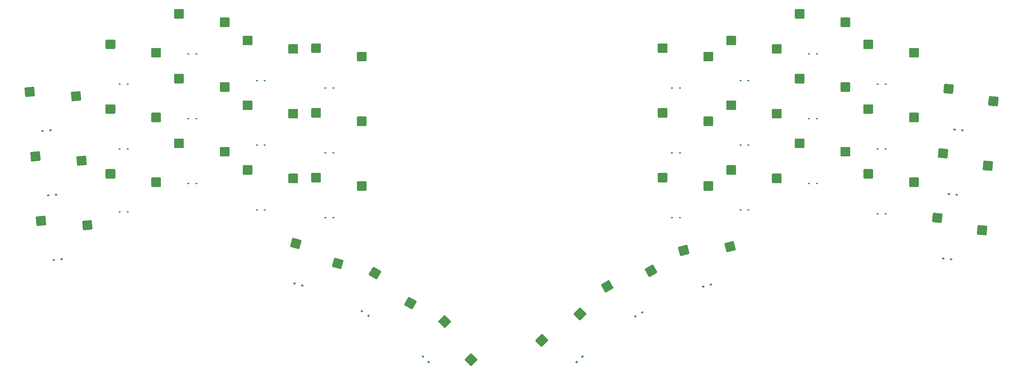
<source format=gbp>
%TF.GenerationSoftware,KiCad,Pcbnew,5.1.9+dfsg1-1+deb11u1*%
%TF.CreationDate,2024-10-07T21:35:42-04:00*%
%TF.ProjectId,mu-kb,6d752d6b-622e-46b6-9963-61645f706362,rev?*%
%TF.SameCoordinates,Original*%
%TF.FileFunction,Paste,Bot*%
%TF.FilePolarity,Positive*%
%FSLAX46Y46*%
G04 Gerber Fmt 4.6, Leading zero omitted, Abs format (unit mm)*
G04 Created by KiCad (PCBNEW 5.1.9+dfsg1-1+deb11u1) date 2024-10-07 21:35:42*
%MOMM*%
%LPD*%
G01*
G04 APERTURE LIST*
%ADD10C,0.100000*%
%ADD11R,0.600000X0.450000*%
G04 APERTURE END LIST*
D10*
%TO.C,D1*%
G36*
X25883224Y-82976784D02*
G01*
X25844004Y-82528496D01*
X26441720Y-82476202D01*
X26480940Y-82924490D01*
X25883224Y-82976784D01*
G37*
G36*
X27975232Y-82793756D02*
G01*
X27936012Y-82345468D01*
X28533728Y-82293174D01*
X28572948Y-82741462D01*
X27975232Y-82793756D01*
G37*
%TD*%
%TO.C,D2*%
G36*
X27364871Y-99912094D02*
G01*
X27325651Y-99463806D01*
X27923367Y-99411512D01*
X27962587Y-99859800D01*
X27364871Y-99912094D01*
G37*
G36*
X29456879Y-99729066D02*
G01*
X29417659Y-99280778D01*
X30015375Y-99228484D01*
X30054595Y-99676772D01*
X29456879Y-99729066D01*
G37*
%TD*%
%TO.C,D3*%
G36*
X30938527Y-116664376D02*
G01*
X30899307Y-116216088D01*
X31497023Y-116163794D01*
X31536243Y-116612082D01*
X30938527Y-116664376D01*
G37*
G36*
X28846519Y-116847404D02*
G01*
X28807299Y-116399116D01*
X29405015Y-116346822D01*
X29444235Y-116795110D01*
X28846519Y-116847404D01*
G37*
%TD*%
D11*
%TO.C,D4*%
X48550000Y-70500000D03*
X46450000Y-70500000D03*
%TD*%
%TO.C,D5*%
X46450000Y-87500000D03*
X48550000Y-87500000D03*
%TD*%
%TO.C,D6*%
X48550000Y-104000000D03*
X46450000Y-104000000D03*
%TD*%
%TO.C,D7*%
X64450000Y-62500000D03*
X66550000Y-62500000D03*
%TD*%
%TO.C,D8*%
X66550000Y-79500000D03*
X64450000Y-79500000D03*
%TD*%
%TO.C,D9*%
X66550000Y-96500000D03*
X64450000Y-96500000D03*
%TD*%
%TO.C,D10*%
X82450000Y-69500000D03*
X84550000Y-69500000D03*
%TD*%
%TO.C,D11*%
X84550000Y-86500000D03*
X82450000Y-86500000D03*
%TD*%
%TO.C,D12*%
X82450000Y-103500000D03*
X84550000Y-103500000D03*
%TD*%
%TO.C,D13*%
X100450000Y-71500000D03*
X102550000Y-71500000D03*
%TD*%
%TO.C,D14*%
X100450000Y-88500000D03*
X102550000Y-88500000D03*
%TD*%
%TO.C,D15*%
X102550000Y-105500000D03*
X100450000Y-105500000D03*
%TD*%
D10*
%TO.C,D16*%
G36*
X91992521Y-122921883D02*
G01*
X92108990Y-122487216D01*
X92688545Y-122642507D01*
X92572076Y-123077174D01*
X91992521Y-122921883D01*
G37*
G36*
X94020965Y-123465403D02*
G01*
X94137434Y-123030736D01*
X94716989Y-123186027D01*
X94600520Y-123620694D01*
X94020965Y-123465403D01*
G37*
%TD*%
%TO.C,D17*%
G36*
X109683997Y-130096165D02*
G01*
X109942106Y-129727547D01*
X110433597Y-130071693D01*
X110175488Y-130440311D01*
X109683997Y-130096165D01*
G37*
G36*
X111404217Y-131300675D02*
G01*
X111662326Y-130932057D01*
X112153817Y-131276203D01*
X111895708Y-131644821D01*
X111404217Y-131300675D01*
G37*
%TD*%
%TO.C,D18*%
G36*
X127189250Y-143371410D02*
G01*
X127507448Y-143053212D01*
X127931712Y-143477476D01*
X127613514Y-143795674D01*
X127189250Y-143371410D01*
G37*
G36*
X125704326Y-141886486D02*
G01*
X126022524Y-141568288D01*
X126446788Y-141992552D01*
X126128590Y-142310750D01*
X125704326Y-141886486D01*
G37*
%TD*%
D11*
%TO.C,R_D1*%
X193550000Y-71500000D03*
X191450000Y-71500000D03*
%TD*%
%TO.C,R_D2*%
X191450000Y-88500000D03*
X193550000Y-88500000D03*
%TD*%
%TO.C,R_D3*%
X193550000Y-105500000D03*
X191450000Y-105500000D03*
%TD*%
%TO.C,R_D4*%
X211550000Y-69500000D03*
X209450000Y-69500000D03*
%TD*%
%TO.C,R_D5*%
X209450000Y-86500000D03*
X211550000Y-86500000D03*
%TD*%
%TO.C,R_D6*%
X211550000Y-103500000D03*
X209450000Y-103500000D03*
%TD*%
%TO.C,R_D7*%
X229550000Y-62500000D03*
X227450000Y-62500000D03*
%TD*%
%TO.C,R_D8*%
X229550000Y-79500000D03*
X227450000Y-79500000D03*
%TD*%
%TO.C,R_D9*%
X227450000Y-96500000D03*
X229550000Y-96500000D03*
%TD*%
%TO.C,R_D10*%
X245450000Y-70500000D03*
X247550000Y-70500000D03*
%TD*%
%TO.C,R_D11*%
X245450000Y-87500000D03*
X247550000Y-87500000D03*
%TD*%
%TO.C,R_D12*%
X247550000Y-104500000D03*
X245450000Y-104500000D03*
%TD*%
D10*
%TO.C,R_D13*%
G36*
X265334663Y-82567150D02*
G01*
X265373883Y-82118862D01*
X265971599Y-82171156D01*
X265932379Y-82619444D01*
X265334663Y-82567150D01*
G37*
G36*
X267426671Y-82750178D02*
G01*
X267465891Y-82301890D01*
X268063607Y-82354184D01*
X268024387Y-82802472D01*
X267426671Y-82750178D01*
G37*
%TD*%
%TO.C,R_D14*%
G36*
X265945023Y-99685488D02*
G01*
X265984243Y-99237200D01*
X266581959Y-99289494D01*
X266542739Y-99737782D01*
X265945023Y-99685488D01*
G37*
G36*
X263853015Y-99502460D02*
G01*
X263892235Y-99054172D01*
X264489951Y-99106466D01*
X264450731Y-99554754D01*
X263853015Y-99502460D01*
G37*
%TD*%
%TO.C,R_D15*%
G36*
X262371368Y-116437770D02*
G01*
X262410588Y-115989482D01*
X263008304Y-116041776D01*
X262969084Y-116490064D01*
X262371368Y-116437770D01*
G37*
G36*
X264463376Y-116620798D02*
G01*
X264502596Y-116172510D01*
X265100312Y-116224804D01*
X265061092Y-116673092D01*
X264463376Y-116620798D01*
G37*
%TD*%
%TO.C,R_D16*%
G36*
X167871410Y-142310750D02*
G01*
X167553212Y-141992552D01*
X167977476Y-141568288D01*
X168295674Y-141886486D01*
X167871410Y-142310750D01*
G37*
G36*
X166386486Y-143795674D02*
G01*
X166068288Y-143477476D01*
X166492552Y-143053212D01*
X166810750Y-143371410D01*
X166386486Y-143795674D01*
G37*
%TD*%
%TO.C,R_D17*%
G36*
X183512019Y-130716970D02*
G01*
X183287019Y-130327258D01*
X183806635Y-130027258D01*
X184031635Y-130416970D01*
X183512019Y-130716970D01*
G37*
G36*
X181693365Y-131766970D02*
G01*
X181468365Y-131377258D01*
X181987981Y-131077258D01*
X182212981Y-131466970D01*
X181693365Y-131766970D01*
G37*
%TD*%
%TO.C,R_D18*%
G36*
X201447365Y-123369885D02*
G01*
X201330896Y-122935218D01*
X201910451Y-122779927D01*
X202026920Y-123214594D01*
X201447365Y-123369885D01*
G37*
G36*
X199418921Y-123913405D02*
G01*
X199302452Y-123478738D01*
X199882007Y-123323447D01*
X199998476Y-123758114D01*
X199418921Y-123913405D01*
G37*
%TD*%
%TO.C,R_SW1*%
G36*
G01*
X187725000Y-62000000D02*
X187725000Y-60000000D01*
G75*
G02*
X187975000Y-59750000I250000J0D01*
G01*
X190025000Y-59750000D01*
G75*
G02*
X190275000Y-60000000I0J-250000D01*
G01*
X190275000Y-62000000D01*
G75*
G02*
X190025000Y-62250000I-250000J0D01*
G01*
X187975000Y-62250000D01*
G75*
G02*
X187725000Y-62000000I0J250000D01*
G01*
G37*
G36*
G01*
X199725000Y-64200000D02*
X199725000Y-62200000D01*
G75*
G02*
X199975000Y-61950000I250000J0D01*
G01*
X202025000Y-61950000D01*
G75*
G02*
X202275000Y-62200000I0J-250000D01*
G01*
X202275000Y-64200000D01*
G75*
G02*
X202025000Y-64450000I-250000J0D01*
G01*
X199975000Y-64450000D01*
G75*
G02*
X199725000Y-64200000I0J250000D01*
G01*
G37*
%TD*%
%TO.C,R_SW2*%
G36*
G01*
X187725000Y-79000000D02*
X187725000Y-77000000D01*
G75*
G02*
X187975000Y-76750000I250000J0D01*
G01*
X190025000Y-76750000D01*
G75*
G02*
X190275000Y-77000000I0J-250000D01*
G01*
X190275000Y-79000000D01*
G75*
G02*
X190025000Y-79250000I-250000J0D01*
G01*
X187975000Y-79250000D01*
G75*
G02*
X187725000Y-79000000I0J250000D01*
G01*
G37*
G36*
G01*
X199725000Y-81200000D02*
X199725000Y-79200000D01*
G75*
G02*
X199975000Y-78950000I250000J0D01*
G01*
X202025000Y-78950000D01*
G75*
G02*
X202275000Y-79200000I0J-250000D01*
G01*
X202275000Y-81200000D01*
G75*
G02*
X202025000Y-81450000I-250000J0D01*
G01*
X199975000Y-81450000D01*
G75*
G02*
X199725000Y-81200000I0J250000D01*
G01*
G37*
%TD*%
%TO.C,R_SW3*%
G36*
G01*
X199725000Y-98200000D02*
X199725000Y-96200000D01*
G75*
G02*
X199975000Y-95950000I250000J0D01*
G01*
X202025000Y-95950000D01*
G75*
G02*
X202275000Y-96200000I0J-250000D01*
G01*
X202275000Y-98200000D01*
G75*
G02*
X202025000Y-98450000I-250000J0D01*
G01*
X199975000Y-98450000D01*
G75*
G02*
X199725000Y-98200000I0J250000D01*
G01*
G37*
G36*
G01*
X187725000Y-96000000D02*
X187725000Y-94000000D01*
G75*
G02*
X187975000Y-93750000I250000J0D01*
G01*
X190025000Y-93750000D01*
G75*
G02*
X190275000Y-94000000I0J-250000D01*
G01*
X190275000Y-96000000D01*
G75*
G02*
X190025000Y-96250000I-250000J0D01*
G01*
X187975000Y-96250000D01*
G75*
G02*
X187725000Y-96000000I0J250000D01*
G01*
G37*
%TD*%
%TO.C,R_SW4*%
G36*
G01*
X205725000Y-60000000D02*
X205725000Y-58000000D01*
G75*
G02*
X205975000Y-57750000I250000J0D01*
G01*
X208025000Y-57750000D01*
G75*
G02*
X208275000Y-58000000I0J-250000D01*
G01*
X208275000Y-60000000D01*
G75*
G02*
X208025000Y-60250000I-250000J0D01*
G01*
X205975000Y-60250000D01*
G75*
G02*
X205725000Y-60000000I0J250000D01*
G01*
G37*
G36*
G01*
X217725000Y-62200000D02*
X217725000Y-60200000D01*
G75*
G02*
X217975000Y-59950000I250000J0D01*
G01*
X220025000Y-59950000D01*
G75*
G02*
X220275000Y-60200000I0J-250000D01*
G01*
X220275000Y-62200000D01*
G75*
G02*
X220025000Y-62450000I-250000J0D01*
G01*
X217975000Y-62450000D01*
G75*
G02*
X217725000Y-62200000I0J250000D01*
G01*
G37*
%TD*%
%TO.C,R_SW5*%
G36*
G01*
X217725000Y-79200000D02*
X217725000Y-77200000D01*
G75*
G02*
X217975000Y-76950000I250000J0D01*
G01*
X220025000Y-76950000D01*
G75*
G02*
X220275000Y-77200000I0J-250000D01*
G01*
X220275000Y-79200000D01*
G75*
G02*
X220025000Y-79450000I-250000J0D01*
G01*
X217975000Y-79450000D01*
G75*
G02*
X217725000Y-79200000I0J250000D01*
G01*
G37*
G36*
G01*
X205725000Y-77000000D02*
X205725000Y-75000000D01*
G75*
G02*
X205975000Y-74750000I250000J0D01*
G01*
X208025000Y-74750000D01*
G75*
G02*
X208275000Y-75000000I0J-250000D01*
G01*
X208275000Y-77000000D01*
G75*
G02*
X208025000Y-77250000I-250000J0D01*
G01*
X205975000Y-77250000D01*
G75*
G02*
X205725000Y-77000000I0J250000D01*
G01*
G37*
%TD*%
%TO.C,R_SW6*%
G36*
G01*
X205725000Y-94000000D02*
X205725000Y-92000000D01*
G75*
G02*
X205975000Y-91750000I250000J0D01*
G01*
X208025000Y-91750000D01*
G75*
G02*
X208275000Y-92000000I0J-250000D01*
G01*
X208275000Y-94000000D01*
G75*
G02*
X208025000Y-94250000I-250000J0D01*
G01*
X205975000Y-94250000D01*
G75*
G02*
X205725000Y-94000000I0J250000D01*
G01*
G37*
G36*
G01*
X217725000Y-96200000D02*
X217725000Y-94200000D01*
G75*
G02*
X217975000Y-93950000I250000J0D01*
G01*
X220025000Y-93950000D01*
G75*
G02*
X220275000Y-94200000I0J-250000D01*
G01*
X220275000Y-96200000D01*
G75*
G02*
X220025000Y-96450000I-250000J0D01*
G01*
X217975000Y-96450000D01*
G75*
G02*
X217725000Y-96200000I0J250000D01*
G01*
G37*
%TD*%
%TO.C,R_SW7*%
G36*
G01*
X223725000Y-53000000D02*
X223725000Y-51000000D01*
G75*
G02*
X223975000Y-50750000I250000J0D01*
G01*
X226025000Y-50750000D01*
G75*
G02*
X226275000Y-51000000I0J-250000D01*
G01*
X226275000Y-53000000D01*
G75*
G02*
X226025000Y-53250000I-250000J0D01*
G01*
X223975000Y-53250000D01*
G75*
G02*
X223725000Y-53000000I0J250000D01*
G01*
G37*
G36*
G01*
X235725000Y-55200000D02*
X235725000Y-53200000D01*
G75*
G02*
X235975000Y-52950000I250000J0D01*
G01*
X238025000Y-52950000D01*
G75*
G02*
X238275000Y-53200000I0J-250000D01*
G01*
X238275000Y-55200000D01*
G75*
G02*
X238025000Y-55450000I-250000J0D01*
G01*
X235975000Y-55450000D01*
G75*
G02*
X235725000Y-55200000I0J250000D01*
G01*
G37*
%TD*%
%TO.C,R_SW8*%
G36*
G01*
X235725000Y-72200000D02*
X235725000Y-70200000D01*
G75*
G02*
X235975000Y-69950000I250000J0D01*
G01*
X238025000Y-69950000D01*
G75*
G02*
X238275000Y-70200000I0J-250000D01*
G01*
X238275000Y-72200000D01*
G75*
G02*
X238025000Y-72450000I-250000J0D01*
G01*
X235975000Y-72450000D01*
G75*
G02*
X235725000Y-72200000I0J250000D01*
G01*
G37*
G36*
G01*
X223725000Y-70000000D02*
X223725000Y-68000000D01*
G75*
G02*
X223975000Y-67750000I250000J0D01*
G01*
X226025000Y-67750000D01*
G75*
G02*
X226275000Y-68000000I0J-250000D01*
G01*
X226275000Y-70000000D01*
G75*
G02*
X226025000Y-70250000I-250000J0D01*
G01*
X223975000Y-70250000D01*
G75*
G02*
X223725000Y-70000000I0J250000D01*
G01*
G37*
%TD*%
%TO.C,R_SW9*%
G36*
G01*
X223725000Y-87000000D02*
X223725000Y-85000000D01*
G75*
G02*
X223975000Y-84750000I250000J0D01*
G01*
X226025000Y-84750000D01*
G75*
G02*
X226275000Y-85000000I0J-250000D01*
G01*
X226275000Y-87000000D01*
G75*
G02*
X226025000Y-87250000I-250000J0D01*
G01*
X223975000Y-87250000D01*
G75*
G02*
X223725000Y-87000000I0J250000D01*
G01*
G37*
G36*
G01*
X235725000Y-89200000D02*
X235725000Y-87200000D01*
G75*
G02*
X235975000Y-86950000I250000J0D01*
G01*
X238025000Y-86950000D01*
G75*
G02*
X238275000Y-87200000I0J-250000D01*
G01*
X238275000Y-89200000D01*
G75*
G02*
X238025000Y-89450000I-250000J0D01*
G01*
X235975000Y-89450000D01*
G75*
G02*
X235725000Y-89200000I0J250000D01*
G01*
G37*
%TD*%
%TO.C,R_SW10*%
G36*
G01*
X241725000Y-61000000D02*
X241725000Y-59000000D01*
G75*
G02*
X241975000Y-58750000I250000J0D01*
G01*
X244025000Y-58750000D01*
G75*
G02*
X244275000Y-59000000I0J-250000D01*
G01*
X244275000Y-61000000D01*
G75*
G02*
X244025000Y-61250000I-250000J0D01*
G01*
X241975000Y-61250000D01*
G75*
G02*
X241725000Y-61000000I0J250000D01*
G01*
G37*
G36*
G01*
X253725000Y-63200000D02*
X253725000Y-61200000D01*
G75*
G02*
X253975000Y-60950000I250000J0D01*
G01*
X256025000Y-60950000D01*
G75*
G02*
X256275000Y-61200000I0J-250000D01*
G01*
X256275000Y-63200000D01*
G75*
G02*
X256025000Y-63450000I-250000J0D01*
G01*
X253975000Y-63450000D01*
G75*
G02*
X253725000Y-63200000I0J250000D01*
G01*
G37*
%TD*%
%TO.C,R_SW11*%
G36*
G01*
X253725000Y-80200000D02*
X253725000Y-78200000D01*
G75*
G02*
X253975000Y-77950000I250000J0D01*
G01*
X256025000Y-77950000D01*
G75*
G02*
X256275000Y-78200000I0J-250000D01*
G01*
X256275000Y-80200000D01*
G75*
G02*
X256025000Y-80450000I-250000J0D01*
G01*
X253975000Y-80450000D01*
G75*
G02*
X253725000Y-80200000I0J250000D01*
G01*
G37*
G36*
G01*
X241725000Y-78000000D02*
X241725000Y-76000000D01*
G75*
G02*
X241975000Y-75750000I250000J0D01*
G01*
X244025000Y-75750000D01*
G75*
G02*
X244275000Y-76000000I0J-250000D01*
G01*
X244275000Y-78000000D01*
G75*
G02*
X244025000Y-78250000I-250000J0D01*
G01*
X241975000Y-78250000D01*
G75*
G02*
X241725000Y-78000000I0J250000D01*
G01*
G37*
%TD*%
%TO.C,R_SW12*%
G36*
G01*
X241725000Y-95000000D02*
X241725000Y-93000000D01*
G75*
G02*
X241975000Y-92750000I250000J0D01*
G01*
X244025000Y-92750000D01*
G75*
G02*
X244275000Y-93000000I0J-250000D01*
G01*
X244275000Y-95000000D01*
G75*
G02*
X244025000Y-95250000I-250000J0D01*
G01*
X241975000Y-95250000D01*
G75*
G02*
X241725000Y-95000000I0J250000D01*
G01*
G37*
G36*
G01*
X253725000Y-97200000D02*
X253725000Y-95200000D01*
G75*
G02*
X253975000Y-94950000I250000J0D01*
G01*
X256025000Y-94950000D01*
G75*
G02*
X256275000Y-95200000I0J-250000D01*
G01*
X256275000Y-97200000D01*
G75*
G02*
X256025000Y-97450000I-250000J0D01*
G01*
X253975000Y-97450000D01*
G75*
G02*
X253725000Y-97200000I0J250000D01*
G01*
G37*
%TD*%
%TO.C,R_SW13*%
G36*
G01*
X274532879Y-75818146D02*
X274707190Y-73825757D01*
G75*
G02*
X274978028Y-73598497I249049J-21789D01*
G01*
X277020227Y-73777166D01*
G75*
G02*
X277247487Y-74048004I-21789J-249049D01*
G01*
X277073176Y-76040393D01*
G75*
G02*
X276802338Y-76267653I-249049J21789D01*
G01*
X274760139Y-76088984D01*
G75*
G02*
X274532879Y-75818146I21789J249049D01*
G01*
G37*
G36*
G01*
X262770285Y-72580649D02*
X262944596Y-70588260D01*
G75*
G02*
X263215434Y-70361000I249049J-21789D01*
G01*
X265257633Y-70539669D01*
G75*
G02*
X265484893Y-70810507I-21789J-249049D01*
G01*
X265310582Y-72802896D01*
G75*
G02*
X265039744Y-73030156I-249049J21789D01*
G01*
X262997545Y-72851487D01*
G75*
G02*
X262770285Y-72580649I21789J249049D01*
G01*
G37*
%TD*%
%TO.C,R_SW14*%
G36*
G01*
X261288637Y-89515959D02*
X261462948Y-87523570D01*
G75*
G02*
X261733786Y-87296310I249049J-21789D01*
G01*
X263775985Y-87474979D01*
G75*
G02*
X264003245Y-87745817I-21789J-249049D01*
G01*
X263828934Y-89738206D01*
G75*
G02*
X263558096Y-89965466I-249049J21789D01*
G01*
X261515897Y-89786797D01*
G75*
G02*
X261288637Y-89515959I21789J249049D01*
G01*
G37*
G36*
G01*
X273051231Y-92753456D02*
X273225542Y-90761067D01*
G75*
G02*
X273496380Y-90533807I249049J-21789D01*
G01*
X275538579Y-90712476D01*
G75*
G02*
X275765839Y-90983314I-21789J-249049D01*
G01*
X275591528Y-92975703D01*
G75*
G02*
X275320690Y-93202963I-249049J21789D01*
G01*
X273278491Y-93024294D01*
G75*
G02*
X273051231Y-92753456I21789J249049D01*
G01*
G37*
%TD*%
%TO.C,R_SW15*%
G36*
G01*
X271569584Y-109688766D02*
X271743895Y-107696377D01*
G75*
G02*
X272014733Y-107469117I249049J-21789D01*
G01*
X274056932Y-107647786D01*
G75*
G02*
X274284192Y-107918624I-21789J-249049D01*
G01*
X274109881Y-109911013D01*
G75*
G02*
X273839043Y-110138273I-249049J21789D01*
G01*
X271796844Y-109959604D01*
G75*
G02*
X271569584Y-109688766I21789J249049D01*
G01*
G37*
G36*
G01*
X259806990Y-106451269D02*
X259981301Y-104458880D01*
G75*
G02*
X260252139Y-104231620I249049J-21789D01*
G01*
X262294338Y-104410289D01*
G75*
G02*
X262521598Y-104681127I-21789J-249049D01*
G01*
X262347287Y-106673516D01*
G75*
G02*
X262076449Y-106900776I-249049J21789D01*
G01*
X260034250Y-106722107D01*
G75*
G02*
X259806990Y-106451269I21789J249049D01*
G01*
G37*
%TD*%
%TO.C,R_SW16*%
G36*
G01*
X157088031Y-139340901D02*
X155673818Y-137926688D01*
G75*
G02*
X155673818Y-137573134I176777J176777D01*
G01*
X157123387Y-136123565D01*
G75*
G02*
X157476941Y-136123565I176777J-176777D01*
G01*
X158891154Y-137537778D01*
G75*
G02*
X158891154Y-137891332I-176777J-176777D01*
G01*
X157441585Y-139340901D01*
G75*
G02*
X157088031Y-139340901I-176777J176777D01*
G01*
G37*
G36*
G01*
X167128947Y-132411255D02*
X165714734Y-130997042D01*
G75*
G02*
X165714734Y-130643488I176777J176777D01*
G01*
X167164303Y-129193919D01*
G75*
G02*
X167517857Y-129193919I176777J-176777D01*
G01*
X168932070Y-130608132D01*
G75*
G02*
X168932070Y-130961686I-176777J-176777D01*
G01*
X167482501Y-132411255D01*
G75*
G02*
X167128947Y-132411255I-176777J176777D01*
G01*
G37*
%TD*%
%TO.C,R_SW17*%
G36*
G01*
X185357034Y-120962628D02*
X184357034Y-119230578D01*
G75*
G02*
X184448540Y-118889072I216506J125000D01*
G01*
X186223892Y-117864072D01*
G75*
G02*
X186565398Y-117955578I125000J-216506D01*
G01*
X187565398Y-119687628D01*
G75*
G02*
X187473892Y-120029134I-216506J-125000D01*
G01*
X185698540Y-121054134D01*
G75*
G02*
X185357034Y-120962628I-125000J216506D01*
G01*
G37*
G36*
G01*
X173864729Y-125057373D02*
X172864729Y-123325323D01*
G75*
G02*
X172956235Y-122983817I216506J125000D01*
G01*
X174731587Y-121958817D01*
G75*
G02*
X175073093Y-122050323I125000J-216506D01*
G01*
X176073093Y-123782373D01*
G75*
G02*
X175981587Y-124123879I-216506J-125000D01*
G01*
X174206235Y-125148879D01*
G75*
G02*
X173864729Y-125057373I-125000J216506D01*
G01*
G37*
%TD*%
%TO.C,R_SW18*%
G36*
G01*
X193593609Y-115406232D02*
X193075971Y-113474381D01*
G75*
G02*
X193252747Y-113168195I241481J64705D01*
G01*
X195232895Y-112637616D01*
G75*
G02*
X195539081Y-112814392I64705J-241481D01*
G01*
X196056719Y-114746243D01*
G75*
G02*
X195879943Y-115052429I-241481J-64705D01*
G01*
X193899795Y-115583008D01*
G75*
G02*
X193593609Y-115406232I-64705J241481D01*
G01*
G37*
G36*
G01*
X205754121Y-114425440D02*
X205236483Y-112493589D01*
G75*
G02*
X205413259Y-112187403I241481J64705D01*
G01*
X207393407Y-111656824D01*
G75*
G02*
X207699593Y-111833600I64705J-241481D01*
G01*
X208217231Y-113765451D01*
G75*
G02*
X208040455Y-114071637I-241481J-64705D01*
G01*
X206060307Y-114602216D01*
G75*
G02*
X205754121Y-114425440I-64705J241481D01*
G01*
G37*
%TD*%
%TO.C,SW1*%
G36*
G01*
X33769745Y-74733057D02*
X33595434Y-72740668D01*
G75*
G02*
X33822694Y-72469830I249049J21789D01*
G01*
X35864893Y-72291161D01*
G75*
G02*
X36135731Y-72518421I21789J-249049D01*
G01*
X36310042Y-74510810D01*
G75*
G02*
X36082782Y-74781648I-249049J-21789D01*
G01*
X34040583Y-74960317D01*
G75*
G02*
X33769745Y-74733057I-21789J249049D01*
G01*
G37*
G36*
G01*
X21623666Y-73587298D02*
X21449355Y-71594909D01*
G75*
G02*
X21676615Y-71324071I249049J21789D01*
G01*
X23718814Y-71145402D01*
G75*
G02*
X23989652Y-71372662I21789J-249049D01*
G01*
X24163963Y-73365051D01*
G75*
G02*
X23936703Y-73635889I-249049J-21789D01*
G01*
X21894504Y-73814558D01*
G75*
G02*
X21623666Y-73587298I-21789J249049D01*
G01*
G37*
%TD*%
%TO.C,SW2*%
G36*
G01*
X35251392Y-91668367D02*
X35077081Y-89675978D01*
G75*
G02*
X35304341Y-89405140I249049J21789D01*
G01*
X37346540Y-89226471D01*
G75*
G02*
X37617378Y-89453731I21789J-249049D01*
G01*
X37791689Y-91446120D01*
G75*
G02*
X37564429Y-91716958I-249049J-21789D01*
G01*
X35522230Y-91895627D01*
G75*
G02*
X35251392Y-91668367I-21789J249049D01*
G01*
G37*
G36*
G01*
X23105313Y-90522608D02*
X22931002Y-88530219D01*
G75*
G02*
X23158262Y-88259381I249049J21789D01*
G01*
X25200461Y-88080712D01*
G75*
G02*
X25471299Y-88307972I21789J-249049D01*
G01*
X25645610Y-90300361D01*
G75*
G02*
X25418350Y-90571199I-249049J-21789D01*
G01*
X23376151Y-90749868D01*
G75*
G02*
X23105313Y-90522608I-21789J249049D01*
G01*
G37*
%TD*%
%TO.C,SW3*%
G36*
G01*
X24586961Y-107457917D02*
X24412650Y-105465528D01*
G75*
G02*
X24639910Y-105194690I249049J21789D01*
G01*
X26682109Y-105016021D01*
G75*
G02*
X26952947Y-105243281I21789J-249049D01*
G01*
X27127258Y-107235670D01*
G75*
G02*
X26899998Y-107506508I-249049J-21789D01*
G01*
X24857799Y-107685177D01*
G75*
G02*
X24586961Y-107457917I-21789J249049D01*
G01*
G37*
G36*
G01*
X36733040Y-108603676D02*
X36558729Y-106611287D01*
G75*
G02*
X36785989Y-106340449I249049J21789D01*
G01*
X38828188Y-106161780D01*
G75*
G02*
X39099026Y-106389040I21789J-249049D01*
G01*
X39273337Y-108381429D01*
G75*
G02*
X39046077Y-108652267I-249049J-21789D01*
G01*
X37003878Y-108830936D01*
G75*
G02*
X36733040Y-108603676I-21789J249049D01*
G01*
G37*
%TD*%
%TO.C,SW4*%
G36*
G01*
X54725000Y-63200000D02*
X54725000Y-61200000D01*
G75*
G02*
X54975000Y-60950000I250000J0D01*
G01*
X57025000Y-60950000D01*
G75*
G02*
X57275000Y-61200000I0J-250000D01*
G01*
X57275000Y-63200000D01*
G75*
G02*
X57025000Y-63450000I-250000J0D01*
G01*
X54975000Y-63450000D01*
G75*
G02*
X54725000Y-63200000I0J250000D01*
G01*
G37*
G36*
G01*
X42725000Y-61000000D02*
X42725000Y-59000000D01*
G75*
G02*
X42975000Y-58750000I250000J0D01*
G01*
X45025000Y-58750000D01*
G75*
G02*
X45275000Y-59000000I0J-250000D01*
G01*
X45275000Y-61000000D01*
G75*
G02*
X45025000Y-61250000I-250000J0D01*
G01*
X42975000Y-61250000D01*
G75*
G02*
X42725000Y-61000000I0J250000D01*
G01*
G37*
%TD*%
%TO.C,SW5*%
G36*
G01*
X42725000Y-78000000D02*
X42725000Y-76000000D01*
G75*
G02*
X42975000Y-75750000I250000J0D01*
G01*
X45025000Y-75750000D01*
G75*
G02*
X45275000Y-76000000I0J-250000D01*
G01*
X45275000Y-78000000D01*
G75*
G02*
X45025000Y-78250000I-250000J0D01*
G01*
X42975000Y-78250000D01*
G75*
G02*
X42725000Y-78000000I0J250000D01*
G01*
G37*
G36*
G01*
X54725000Y-80200000D02*
X54725000Y-78200000D01*
G75*
G02*
X54975000Y-77950000I250000J0D01*
G01*
X57025000Y-77950000D01*
G75*
G02*
X57275000Y-78200000I0J-250000D01*
G01*
X57275000Y-80200000D01*
G75*
G02*
X57025000Y-80450000I-250000J0D01*
G01*
X54975000Y-80450000D01*
G75*
G02*
X54725000Y-80200000I0J250000D01*
G01*
G37*
%TD*%
%TO.C,SW6*%
G36*
G01*
X54725000Y-97200000D02*
X54725000Y-95200000D01*
G75*
G02*
X54975000Y-94950000I250000J0D01*
G01*
X57025000Y-94950000D01*
G75*
G02*
X57275000Y-95200000I0J-250000D01*
G01*
X57275000Y-97200000D01*
G75*
G02*
X57025000Y-97450000I-250000J0D01*
G01*
X54975000Y-97450000D01*
G75*
G02*
X54725000Y-97200000I0J250000D01*
G01*
G37*
G36*
G01*
X42725000Y-95000000D02*
X42725000Y-93000000D01*
G75*
G02*
X42975000Y-92750000I250000J0D01*
G01*
X45025000Y-92750000D01*
G75*
G02*
X45275000Y-93000000I0J-250000D01*
G01*
X45275000Y-95000000D01*
G75*
G02*
X45025000Y-95250000I-250000J0D01*
G01*
X42975000Y-95250000D01*
G75*
G02*
X42725000Y-95000000I0J250000D01*
G01*
G37*
%TD*%
%TO.C,SW7*%
G36*
G01*
X60725000Y-53000000D02*
X60725000Y-51000000D01*
G75*
G02*
X60975000Y-50750000I250000J0D01*
G01*
X63025000Y-50750000D01*
G75*
G02*
X63275000Y-51000000I0J-250000D01*
G01*
X63275000Y-53000000D01*
G75*
G02*
X63025000Y-53250000I-250000J0D01*
G01*
X60975000Y-53250000D01*
G75*
G02*
X60725000Y-53000000I0J250000D01*
G01*
G37*
G36*
G01*
X72725000Y-55200000D02*
X72725000Y-53200000D01*
G75*
G02*
X72975000Y-52950000I250000J0D01*
G01*
X75025000Y-52950000D01*
G75*
G02*
X75275000Y-53200000I0J-250000D01*
G01*
X75275000Y-55200000D01*
G75*
G02*
X75025000Y-55450000I-250000J0D01*
G01*
X72975000Y-55450000D01*
G75*
G02*
X72725000Y-55200000I0J250000D01*
G01*
G37*
%TD*%
%TO.C,SW8*%
G36*
G01*
X72725000Y-72200000D02*
X72725000Y-70200000D01*
G75*
G02*
X72975000Y-69950000I250000J0D01*
G01*
X75025000Y-69950000D01*
G75*
G02*
X75275000Y-70200000I0J-250000D01*
G01*
X75275000Y-72200000D01*
G75*
G02*
X75025000Y-72450000I-250000J0D01*
G01*
X72975000Y-72450000D01*
G75*
G02*
X72725000Y-72200000I0J250000D01*
G01*
G37*
G36*
G01*
X60725000Y-70000000D02*
X60725000Y-68000000D01*
G75*
G02*
X60975000Y-67750000I250000J0D01*
G01*
X63025000Y-67750000D01*
G75*
G02*
X63275000Y-68000000I0J-250000D01*
G01*
X63275000Y-70000000D01*
G75*
G02*
X63025000Y-70250000I-250000J0D01*
G01*
X60975000Y-70250000D01*
G75*
G02*
X60725000Y-70000000I0J250000D01*
G01*
G37*
%TD*%
%TO.C,SW9*%
G36*
G01*
X72725000Y-89200000D02*
X72725000Y-87200000D01*
G75*
G02*
X72975000Y-86950000I250000J0D01*
G01*
X75025000Y-86950000D01*
G75*
G02*
X75275000Y-87200000I0J-250000D01*
G01*
X75275000Y-89200000D01*
G75*
G02*
X75025000Y-89450000I-250000J0D01*
G01*
X72975000Y-89450000D01*
G75*
G02*
X72725000Y-89200000I0J250000D01*
G01*
G37*
G36*
G01*
X60725000Y-87000000D02*
X60725000Y-85000000D01*
G75*
G02*
X60975000Y-84750000I250000J0D01*
G01*
X63025000Y-84750000D01*
G75*
G02*
X63275000Y-85000000I0J-250000D01*
G01*
X63275000Y-87000000D01*
G75*
G02*
X63025000Y-87250000I-250000J0D01*
G01*
X60975000Y-87250000D01*
G75*
G02*
X60725000Y-87000000I0J250000D01*
G01*
G37*
%TD*%
%TO.C,SW10*%
G36*
G01*
X90725000Y-62200000D02*
X90725000Y-60200000D01*
G75*
G02*
X90975000Y-59950000I250000J0D01*
G01*
X93025000Y-59950000D01*
G75*
G02*
X93275000Y-60200000I0J-250000D01*
G01*
X93275000Y-62200000D01*
G75*
G02*
X93025000Y-62450000I-250000J0D01*
G01*
X90975000Y-62450000D01*
G75*
G02*
X90725000Y-62200000I0J250000D01*
G01*
G37*
G36*
G01*
X78725000Y-60000000D02*
X78725000Y-58000000D01*
G75*
G02*
X78975000Y-57750000I250000J0D01*
G01*
X81025000Y-57750000D01*
G75*
G02*
X81275000Y-58000000I0J-250000D01*
G01*
X81275000Y-60000000D01*
G75*
G02*
X81025000Y-60250000I-250000J0D01*
G01*
X78975000Y-60250000D01*
G75*
G02*
X78725000Y-60000000I0J250000D01*
G01*
G37*
%TD*%
%TO.C,SW11*%
G36*
G01*
X78725000Y-77000000D02*
X78725000Y-75000000D01*
G75*
G02*
X78975000Y-74750000I250000J0D01*
G01*
X81025000Y-74750000D01*
G75*
G02*
X81275000Y-75000000I0J-250000D01*
G01*
X81275000Y-77000000D01*
G75*
G02*
X81025000Y-77250000I-250000J0D01*
G01*
X78975000Y-77250000D01*
G75*
G02*
X78725000Y-77000000I0J250000D01*
G01*
G37*
G36*
G01*
X90725000Y-79200000D02*
X90725000Y-77200000D01*
G75*
G02*
X90975000Y-76950000I250000J0D01*
G01*
X93025000Y-76950000D01*
G75*
G02*
X93275000Y-77200000I0J-250000D01*
G01*
X93275000Y-79200000D01*
G75*
G02*
X93025000Y-79450000I-250000J0D01*
G01*
X90975000Y-79450000D01*
G75*
G02*
X90725000Y-79200000I0J250000D01*
G01*
G37*
%TD*%
%TO.C,SW12*%
G36*
G01*
X78725000Y-94000000D02*
X78725000Y-92000000D01*
G75*
G02*
X78975000Y-91750000I250000J0D01*
G01*
X81025000Y-91750000D01*
G75*
G02*
X81275000Y-92000000I0J-250000D01*
G01*
X81275000Y-94000000D01*
G75*
G02*
X81025000Y-94250000I-250000J0D01*
G01*
X78975000Y-94250000D01*
G75*
G02*
X78725000Y-94000000I0J250000D01*
G01*
G37*
G36*
G01*
X90725000Y-96200000D02*
X90725000Y-94200000D01*
G75*
G02*
X90975000Y-93950000I250000J0D01*
G01*
X93025000Y-93950000D01*
G75*
G02*
X93275000Y-94200000I0J-250000D01*
G01*
X93275000Y-96200000D01*
G75*
G02*
X93025000Y-96450000I-250000J0D01*
G01*
X90975000Y-96450000D01*
G75*
G02*
X90725000Y-96200000I0J250000D01*
G01*
G37*
%TD*%
%TO.C,SW13*%
G36*
G01*
X96725000Y-62000000D02*
X96725000Y-60000000D01*
G75*
G02*
X96975000Y-59750000I250000J0D01*
G01*
X99025000Y-59750000D01*
G75*
G02*
X99275000Y-60000000I0J-250000D01*
G01*
X99275000Y-62000000D01*
G75*
G02*
X99025000Y-62250000I-250000J0D01*
G01*
X96975000Y-62250000D01*
G75*
G02*
X96725000Y-62000000I0J250000D01*
G01*
G37*
G36*
G01*
X108725000Y-64200000D02*
X108725000Y-62200000D01*
G75*
G02*
X108975000Y-61950000I250000J0D01*
G01*
X111025000Y-61950000D01*
G75*
G02*
X111275000Y-62200000I0J-250000D01*
G01*
X111275000Y-64200000D01*
G75*
G02*
X111025000Y-64450000I-250000J0D01*
G01*
X108975000Y-64450000D01*
G75*
G02*
X108725000Y-64200000I0J250000D01*
G01*
G37*
%TD*%
%TO.C,SW14*%
G36*
G01*
X108725000Y-81200000D02*
X108725000Y-79200000D01*
G75*
G02*
X108975000Y-78950000I250000J0D01*
G01*
X111025000Y-78950000D01*
G75*
G02*
X111275000Y-79200000I0J-250000D01*
G01*
X111275000Y-81200000D01*
G75*
G02*
X111025000Y-81450000I-250000J0D01*
G01*
X108975000Y-81450000D01*
G75*
G02*
X108725000Y-81200000I0J250000D01*
G01*
G37*
G36*
G01*
X96725000Y-79000000D02*
X96725000Y-77000000D01*
G75*
G02*
X96975000Y-76750000I250000J0D01*
G01*
X99025000Y-76750000D01*
G75*
G02*
X99275000Y-77000000I0J-250000D01*
G01*
X99275000Y-79000000D01*
G75*
G02*
X99025000Y-79250000I-250000J0D01*
G01*
X96975000Y-79250000D01*
G75*
G02*
X96725000Y-79000000I0J250000D01*
G01*
G37*
%TD*%
%TO.C,SW15*%
G36*
G01*
X96725000Y-96000000D02*
X96725000Y-94000000D01*
G75*
G02*
X96975000Y-93750000I250000J0D01*
G01*
X99025000Y-93750000D01*
G75*
G02*
X99275000Y-94000000I0J-250000D01*
G01*
X99275000Y-96000000D01*
G75*
G02*
X99025000Y-96250000I-250000J0D01*
G01*
X96975000Y-96250000D01*
G75*
G02*
X96725000Y-96000000I0J250000D01*
G01*
G37*
G36*
G01*
X108725000Y-98200000D02*
X108725000Y-96200000D01*
G75*
G02*
X108975000Y-95950000I250000J0D01*
G01*
X111025000Y-95950000D01*
G75*
G02*
X111275000Y-96200000I0J-250000D01*
G01*
X111275000Y-98200000D01*
G75*
G02*
X111025000Y-98450000I-250000J0D01*
G01*
X108975000Y-98450000D01*
G75*
G02*
X108725000Y-98200000I0J250000D01*
G01*
G37*
%TD*%
%TO.C,SW16*%
G36*
G01*
X102203508Y-118165375D02*
X102721146Y-116233524D01*
G75*
G02*
X103027332Y-116056748I241481J-64705D01*
G01*
X105007480Y-116587327D01*
G75*
G02*
X105184256Y-116893513I-64705J-241481D01*
G01*
X104666618Y-118825364D01*
G75*
G02*
X104360432Y-119002140I-241481J64705D01*
G01*
X102380284Y-118471561D01*
G75*
G02*
X102203508Y-118165375I64705J241481D01*
G01*
G37*
G36*
G01*
X91181800Y-112934509D02*
X91699438Y-111002658D01*
G75*
G02*
X92005624Y-110825882I241481J-64705D01*
G01*
X93985772Y-111356461D01*
G75*
G02*
X94162548Y-111662647I-64705J-241481D01*
G01*
X93644910Y-113594498D01*
G75*
G02*
X93338724Y-113771274I-241481J64705D01*
G01*
X91358576Y-113240695D01*
G75*
G02*
X91181800Y-112934509I64705J241481D01*
G01*
G37*
%TD*%
%TO.C,SW17*%
G36*
G01*
X111864729Y-120282373D02*
X112864729Y-118550323D01*
G75*
G02*
X113206235Y-118458817I216506J-125000D01*
G01*
X114981587Y-119483817D01*
G75*
G02*
X115073093Y-119825323I-125000J-216506D01*
G01*
X114073093Y-121557373D01*
G75*
G02*
X113731587Y-121648879I-216506J125000D01*
G01*
X111956235Y-120623879D01*
G75*
G02*
X111864729Y-120282373I125000J216506D01*
G01*
G37*
G36*
G01*
X121157034Y-128187628D02*
X122157034Y-126455578D01*
G75*
G02*
X122498540Y-126364072I216506J-125000D01*
G01*
X124273892Y-127389072D01*
G75*
G02*
X124365398Y-127730578I-125000J-216506D01*
G01*
X123365398Y-129462628D01*
G75*
G02*
X123023892Y-129554134I-216506J125000D01*
G01*
X121248540Y-128529134D01*
G75*
G02*
X121157034Y-128187628I125000J216506D01*
G01*
G37*
%TD*%
%TO.C,SW18*%
G36*
G01*
X137088745Y-142628947D02*
X138502958Y-141214734D01*
G75*
G02*
X138856512Y-141214734I176777J-176777D01*
G01*
X140306081Y-142664303D01*
G75*
G02*
X140306081Y-143017857I-176777J-176777D01*
G01*
X138891868Y-144432070D01*
G75*
G02*
X138538314Y-144432070I-176777J176777D01*
G01*
X137088745Y-142982501D01*
G75*
G02*
X137088745Y-142628947I176777J176777D01*
G01*
G37*
G36*
G01*
X130159099Y-132588031D02*
X131573312Y-131173818D01*
G75*
G02*
X131926866Y-131173818I176777J-176777D01*
G01*
X133376435Y-132623387D01*
G75*
G02*
X133376435Y-132976941I-176777J-176777D01*
G01*
X131962222Y-134391154D01*
G75*
G02*
X131608668Y-134391154I-176777J176777D01*
G01*
X130159099Y-132941585D01*
G75*
G02*
X130159099Y-132588031I176777J176777D01*
G01*
G37*
%TD*%
M02*

</source>
